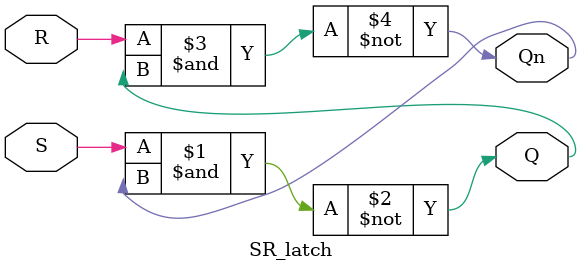
<source format=v>
module SR_latch(S, R, Q, Qn);
    input S, R;
    output Q, Qn;

    assign Q = ~(S & Qn);
    assign Qn = ~(R & Q);
endmodule
</source>
